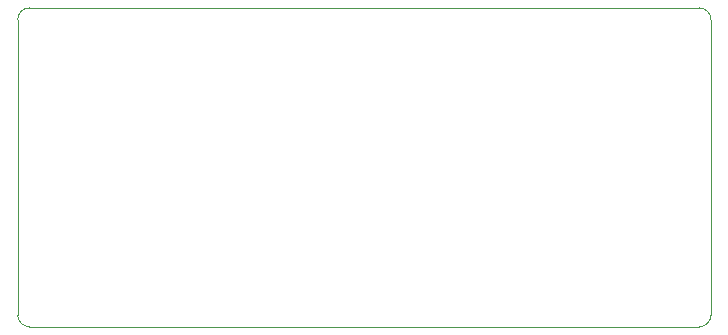
<source format=gbr>
G04 #@! TF.GenerationSoftware,KiCad,Pcbnew,5.1.0*
G04 #@! TF.CreationDate,2019-04-02T20:23:27-06:00*
G04 #@! TF.ProjectId,minisumo-FreeRTOS,6d696e69-7375-46d6-9f2d-467265655254,rev?*
G04 #@! TF.SameCoordinates,Original*
G04 #@! TF.FileFunction,Profile,NP*
%FSLAX46Y46*%
G04 Gerber Fmt 4.6, Leading zero omitted, Abs format (unit mm)*
G04 Created by KiCad (PCBNEW 5.1.0) date 2019-04-02 20:23:27*
%MOMM*%
%LPD*%
G04 APERTURE LIST*
%ADD10C,0.050000*%
G04 APERTURE END LIST*
D10*
X167700000Y-84000000D02*
X111000000Y-84000000D01*
X168700000Y-110000000D02*
X168700000Y-85000000D01*
X111000000Y-111000000D02*
X167700000Y-111000000D01*
X110000000Y-85000000D02*
X110000000Y-110000000D01*
X110000000Y-85000000D02*
G75*
G02X111000000Y-84000000I1000000J0D01*
G01*
X111000000Y-111000000D02*
G75*
G02X110000000Y-110000000I0J1000000D01*
G01*
X168700000Y-110000000D02*
G75*
G02X167700000Y-111000000I-1000000J0D01*
G01*
X167700000Y-84000000D02*
G75*
G02X168700000Y-85000000I0J-1000000D01*
G01*
M02*

</source>
